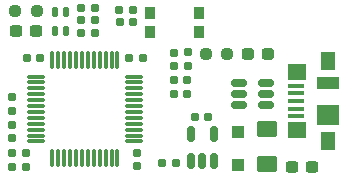
<source format=gbr>
%TF.GenerationSoftware,KiCad,Pcbnew,(6.0.5)*%
%TF.CreationDate,2022-05-16T17:27:05-05:00*%
%TF.ProjectId,dap42,64617034-322e-46b6-9963-61645f706362,rev?*%
%TF.SameCoordinates,Original*%
%TF.FileFunction,Paste,Top*%
%TF.FilePolarity,Positive*%
%FSLAX46Y46*%
G04 Gerber Fmt 4.6, Leading zero omitted, Abs format (unit mm)*
G04 Created by KiCad (PCBNEW (6.0.5)) date 2022-05-16 17:27:05*
%MOMM*%
%LPD*%
G01*
G04 APERTURE LIST*
G04 Aperture macros list*
%AMRoundRect*
0 Rectangle with rounded corners*
0 $1 Rounding radius*
0 $2 $3 $4 $5 $6 $7 $8 $9 X,Y pos of 4 corners*
0 Add a 4 corners polygon primitive as box body*
4,1,4,$2,$3,$4,$5,$6,$7,$8,$9,$2,$3,0*
0 Add four circle primitives for the rounded corners*
1,1,$1+$1,$2,$3*
1,1,$1+$1,$4,$5*
1,1,$1+$1,$6,$7*
1,1,$1+$1,$8,$9*
0 Add four rect primitives between the rounded corners*
20,1,$1+$1,$2,$3,$4,$5,0*
20,1,$1+$1,$4,$5,$6,$7,0*
20,1,$1+$1,$6,$7,$8,$9,0*
20,1,$1+$1,$8,$9,$2,$3,0*%
G04 Aperture macros list end*
%ADD10R,1.380000X0.450000*%
%ADD11R,1.900000X1.000000*%
%ADD12R,1.900000X1.800000*%
%ADD13R,1.550000X1.425000*%
%ADD14R,1.300000X1.650000*%
%ADD15RoundRect,0.237500X-0.300000X-0.237500X0.300000X-0.237500X0.300000X0.237500X-0.300000X0.237500X0*%
%ADD16RoundRect,0.150000X0.512500X0.150000X-0.512500X0.150000X-0.512500X-0.150000X0.512500X-0.150000X0*%
%ADD17RoundRect,0.160000X0.197500X0.160000X-0.197500X0.160000X-0.197500X-0.160000X0.197500X-0.160000X0*%
%ADD18RoundRect,0.160000X0.160000X-0.197500X0.160000X0.197500X-0.160000X0.197500X-0.160000X-0.197500X0*%
%ADD19RoundRect,0.237500X0.250000X0.237500X-0.250000X0.237500X-0.250000X-0.237500X0.250000X-0.237500X0*%
%ADD20RoundRect,0.155000X0.212500X0.155000X-0.212500X0.155000X-0.212500X-0.155000X0.212500X-0.155000X0*%
%ADD21RoundRect,0.155000X-0.155000X0.212500X-0.155000X-0.212500X0.155000X-0.212500X0.155000X0.212500X0*%
%ADD22R,0.900000X1.000000*%
%ADD23RoundRect,0.237500X0.287500X0.237500X-0.287500X0.237500X-0.287500X-0.237500X0.287500X-0.237500X0*%
%ADD24RoundRect,0.150000X0.150000X-0.512500X0.150000X0.512500X-0.150000X0.512500X-0.150000X-0.512500X0*%
%ADD25RoundRect,0.237500X0.300000X0.237500X-0.300000X0.237500X-0.300000X-0.237500X0.300000X-0.237500X0*%
%ADD26R,1.100000X1.100000*%
%ADD27RoundRect,0.160000X-0.160000X0.197500X-0.160000X-0.197500X0.160000X-0.197500X0.160000X0.197500X0*%
%ADD28RoundRect,0.155000X0.155000X-0.212500X0.155000X0.212500X-0.155000X0.212500X-0.155000X-0.212500X0*%
%ADD29RoundRect,0.155000X-0.212500X-0.155000X0.212500X-0.155000X0.212500X0.155000X-0.212500X0.155000X0*%
%ADD30RoundRect,0.237500X-0.250000X-0.237500X0.250000X-0.237500X0.250000X0.237500X-0.250000X0.237500X0*%
%ADD31RoundRect,0.050000X-0.200000X-0.350000X0.200000X-0.350000X0.200000X0.350000X-0.200000X0.350000X0*%
%ADD32RoundRect,0.075000X-0.662500X-0.075000X0.662500X-0.075000X0.662500X0.075000X-0.662500X0.075000X0*%
%ADD33RoundRect,0.075000X-0.075000X-0.662500X0.075000X-0.662500X0.075000X0.662500X-0.075000X0.662500X0*%
%ADD34RoundRect,0.250001X-0.624999X0.462499X-0.624999X-0.462499X0.624999X-0.462499X0.624999X0.462499X0*%
G04 APERTURE END LIST*
D10*
%TO.C,J1*%
X180890000Y-97320000D03*
X180890000Y-96670000D03*
X180890000Y-96020000D03*
X180890000Y-95370000D03*
X180890000Y-94720000D03*
D11*
X183550000Y-94470000D03*
D12*
X183550000Y-97170000D03*
D13*
X180975000Y-93532500D03*
X180975000Y-98507500D03*
D14*
X183550000Y-99395000D03*
X183550000Y-92645000D03*
%TD*%
D15*
%TO.C,C2*%
X180497500Y-101610000D03*
X182222500Y-101610000D03*
%TD*%
D16*
%TO.C,U1*%
X178317500Y-96380000D03*
X178317500Y-95430000D03*
X178317500Y-94480000D03*
X176042500Y-94480000D03*
X176042500Y-95430000D03*
X176042500Y-96380000D03*
%TD*%
D17*
%TO.C,R2*%
X170727500Y-101250000D03*
X169532500Y-101250000D03*
%TD*%
D18*
%TO.C,R11*%
X156830000Y-101627500D03*
X156830000Y-100432500D03*
%TD*%
D19*
%TO.C,R1*%
X158912500Y-88430000D03*
X157087500Y-88430000D03*
%TD*%
D20*
%TO.C,C9*%
X159207500Y-92360000D03*
X158072500Y-92360000D03*
%TD*%
D21*
%TO.C,C6*%
X167400000Y-100422500D03*
X167400000Y-101557500D03*
%TD*%
D22*
%TO.C,SW1*%
X168530000Y-88550000D03*
X172630000Y-88550000D03*
X172630000Y-90150000D03*
X168530000Y-90150000D03*
%TD*%
D18*
%TO.C,R10*%
X158010000Y-101607500D03*
X158010000Y-100412500D03*
%TD*%
%TO.C,R12*%
X171670000Y-95417500D03*
X171670000Y-94222500D03*
%TD*%
D23*
%TO.C,D2*%
X178515000Y-92050000D03*
X176765000Y-92050000D03*
%TD*%
D24*
%TO.C,U2*%
X172000000Y-101127500D03*
X172950000Y-101127500D03*
X173900000Y-101127500D03*
X173900000Y-98852500D03*
X172000000Y-98852500D03*
%TD*%
D17*
%TO.C,R4*%
X167097500Y-88300000D03*
X165902500Y-88300000D03*
%TD*%
D25*
%TO.C,C1*%
X158862500Y-90070000D03*
X157137500Y-90070000D03*
%TD*%
D26*
%TO.C,D1*%
X175970000Y-98640000D03*
X175970000Y-101440000D03*
%TD*%
D20*
%TO.C,C4*%
X167087500Y-89340000D03*
X165952500Y-89340000D03*
%TD*%
D27*
%TO.C,R9*%
X170580000Y-94222500D03*
X170580000Y-95417500D03*
%TD*%
D28*
%TO.C,C10*%
X156830000Y-99167500D03*
X156830000Y-98032500D03*
%TD*%
D29*
%TO.C,C3*%
X172292500Y-97410000D03*
X173427500Y-97410000D03*
%TD*%
D30*
%TO.C,R3*%
X173217500Y-92050000D03*
X175042500Y-92050000D03*
%TD*%
D27*
%TO.C,R5*%
X171690000Y-91902500D03*
X171690000Y-93097500D03*
%TD*%
D17*
%TO.C,R7*%
X163867500Y-88130000D03*
X162672500Y-88130000D03*
%TD*%
D28*
%TO.C,C5*%
X170580000Y-93067500D03*
X170580000Y-91932500D03*
%TD*%
%TO.C,C7*%
X156820000Y-96857500D03*
X156820000Y-95722500D03*
%TD*%
D31*
%TO.C,D3*%
X160490000Y-88480000D03*
X161390000Y-88480000D03*
X161390000Y-90080000D03*
X160490000Y-90080000D03*
%TD*%
D32*
%TO.C,U3*%
X158837500Y-93950000D03*
X158837500Y-94450000D03*
X158837500Y-94950000D03*
X158837500Y-95450000D03*
X158837500Y-95950000D03*
X158837500Y-96450000D03*
X158837500Y-96950000D03*
X158837500Y-97450000D03*
X158837500Y-97950000D03*
X158837500Y-98450000D03*
X158837500Y-98950000D03*
X158837500Y-99450000D03*
D33*
X160250000Y-100862500D03*
X160750000Y-100862500D03*
X161250000Y-100862500D03*
X161750000Y-100862500D03*
X162250000Y-100862500D03*
X162750000Y-100862500D03*
X163250000Y-100862500D03*
X163750000Y-100862500D03*
X164250000Y-100862500D03*
X164750000Y-100862500D03*
X165250000Y-100862500D03*
X165750000Y-100862500D03*
D32*
X167162500Y-99450000D03*
X167162500Y-98950000D03*
X167162500Y-98450000D03*
X167162500Y-97950000D03*
X167162500Y-97450000D03*
X167162500Y-96950000D03*
X167162500Y-96450000D03*
X167162500Y-95950000D03*
X167162500Y-95450000D03*
X167162500Y-94950000D03*
X167162500Y-94450000D03*
X167162500Y-93950000D03*
D33*
X165750000Y-92537500D03*
X165250000Y-92537500D03*
X164750000Y-92537500D03*
X164250000Y-92537500D03*
X163750000Y-92537500D03*
X163250000Y-92537500D03*
X162750000Y-92537500D03*
X162250000Y-92537500D03*
X161750000Y-92537500D03*
X161250000Y-92537500D03*
X160750000Y-92537500D03*
X160250000Y-92537500D03*
%TD*%
D17*
%TO.C,R8*%
X163887500Y-90250000D03*
X162692500Y-90250000D03*
%TD*%
%TO.C,R6*%
X163867500Y-89180000D03*
X162672500Y-89180000D03*
%TD*%
D34*
%TO.C,F1*%
X178450000Y-98412500D03*
X178450000Y-101387500D03*
%TD*%
D20*
%TO.C,C8*%
X167897500Y-92400000D03*
X166762500Y-92400000D03*
%TD*%
M02*

</source>
